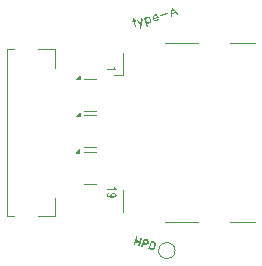
<source format=gbr>
%TF.GenerationSoftware,KiCad,Pcbnew,8.99.0-344-gfbc433deaa*%
%TF.CreationDate,2024-04-11T02:15:13-04:00*%
%TF.ProjectId,typeA,74797065-412e-46b6-9963-61645f706362,rev?*%
%TF.SameCoordinates,Original*%
%TF.FileFunction,Legend,Top*%
%TF.FilePolarity,Positive*%
%FSLAX46Y46*%
G04 Gerber Fmt 4.6, Leading zero omitted, Abs format (unit mm)*
G04 Created by KiCad (PCBNEW 8.99.0-344-gfbc433deaa) date 2024-04-11 02:15:13*
%MOMM*%
%LPD*%
G01*
G04 APERTURE LIST*
%ADD10C,0.150000*%
%ADD11C,0.125000*%
%ADD12C,0.160000*%
%ADD13C,0.120000*%
%ADD14C,0.100000*%
G04 APERTURE END LIST*
D10*
G36*
X172340935Y-92481472D02*
G01*
X172356566Y-92491242D01*
X172397355Y-92568667D01*
X172511172Y-92685659D01*
X172514103Y-92701046D01*
X172511172Y-92716434D01*
X172502868Y-92729134D01*
X172490167Y-92737438D01*
X172474780Y-92740369D01*
X171709323Y-92740369D01*
X171693935Y-92737438D01*
X171681235Y-92729134D01*
X171672930Y-92716434D01*
X171670000Y-92664410D01*
X171672930Y-92649023D01*
X171681235Y-92636322D01*
X171693935Y-92628018D01*
X171709323Y-92625087D01*
X172307229Y-92625087D01*
X172293307Y-92609455D01*
X172253740Y-92520795D01*
X172255205Y-92505408D01*
X172263754Y-92491242D01*
X172276454Y-92482937D01*
X172291842Y-92478785D01*
X172340935Y-92481472D01*
G37*
G36*
X172340935Y-102636104D02*
G01*
X172356566Y-102643431D01*
X172397355Y-102701500D01*
X172511172Y-102789244D01*
X172514103Y-102800785D01*
X172511172Y-102812325D01*
X172502868Y-102821851D01*
X172490167Y-102828079D01*
X172474780Y-102830277D01*
X171709323Y-102830277D01*
X171693935Y-102828079D01*
X171681235Y-102821851D01*
X171672930Y-102812325D01*
X171670000Y-102773307D01*
X171672930Y-102761767D01*
X171681235Y-102752241D01*
X171693935Y-102746013D01*
X171709323Y-102743815D01*
X172307229Y-102743815D01*
X172293307Y-102732091D01*
X172253740Y-102665596D01*
X172255205Y-102654056D01*
X172263754Y-102643431D01*
X172276454Y-102637203D01*
X172291842Y-102634089D01*
X172340935Y-102636104D01*
G37*
G36*
X172377327Y-103125750D02*
G01*
X172392958Y-103133077D01*
X172466231Y-103187848D01*
X172476001Y-103199572D01*
X172512637Y-103280722D01*
X172514103Y-103317725D01*
X172476001Y-103409499D01*
X172466231Y-103421039D01*
X172392958Y-103474895D01*
X172374640Y-103483321D01*
X172219546Y-103510799D01*
X172036364Y-103510799D01*
X171846099Y-103483321D01*
X171832177Y-103479108D01*
X171713719Y-103417925D01*
X171670000Y-103327250D01*
X171668534Y-103262770D01*
X171705170Y-103172095D01*
X171713230Y-103161470D01*
X171795052Y-103127765D01*
X171810439Y-103124651D01*
X171825826Y-103125750D01*
X171839993Y-103131978D01*
X171848541Y-103141503D01*
X171852693Y-103154143D01*
X171849762Y-103192062D01*
X171830223Y-103207998D01*
X171801891Y-103218440D01*
X171779420Y-103268082D01*
X171779420Y-103312412D01*
X171805310Y-103369382D01*
X171867103Y-103398874D01*
X172008276Y-103420123D01*
X171999972Y-103409499D01*
X171963335Y-103327250D01*
X171963335Y-103312412D01*
X172076664Y-103312412D01*
X172097669Y-103358757D01*
X172124291Y-103389532D01*
X172163859Y-103409499D01*
X172221500Y-103423237D01*
X172319930Y-103405286D01*
X172350949Y-103389532D01*
X172377571Y-103358757D01*
X172398820Y-103312412D01*
X172398820Y-103295560D01*
X172377571Y-103249031D01*
X172350949Y-103218440D01*
X172311625Y-103198473D01*
X172249588Y-103183635D01*
X172225652Y-103183635D01*
X172163859Y-103198473D01*
X172124291Y-103218440D01*
X172097669Y-103249031D01*
X172076664Y-103295560D01*
X172076664Y-103312412D01*
X171963335Y-103312412D01*
X171963335Y-103280722D01*
X171999972Y-103199572D01*
X172008276Y-103187848D01*
X172081549Y-103133077D01*
X172096936Y-103125750D01*
X172206845Y-103098272D01*
X172267418Y-103098272D01*
X172377327Y-103125750D01*
G37*
D11*
G36*
X173807671Y-88587843D02*
G01*
X173812090Y-88573326D01*
X173822956Y-88559983D01*
X173903336Y-88533756D01*
X173844832Y-88333036D01*
X173843408Y-88317678D01*
X173847963Y-88303630D01*
X173857833Y-88292104D01*
X173871853Y-88285218D01*
X173907026Y-88274967D01*
X173921799Y-88270661D01*
X173936316Y-88275079D01*
X173947842Y-88284949D01*
X173954962Y-88298901D01*
X174014765Y-88504076D01*
X174082297Y-88484392D01*
X174095662Y-88480496D01*
X174110589Y-88486322D01*
X174122350Y-88496123D01*
X174130232Y-88508327D01*
X174140484Y-88543499D01*
X174140804Y-88559434D01*
X174136151Y-88574019D01*
X174126281Y-88585546D01*
X174046204Y-88611939D01*
X174169774Y-89035888D01*
X174171403Y-89051950D01*
X174166984Y-89066467D01*
X174157183Y-89078228D01*
X174108058Y-89095600D01*
X174092465Y-89097092D01*
X174077880Y-89092439D01*
X174066353Y-89082569D01*
X174059097Y-89068148D01*
X173935527Y-88644198D01*
X173867995Y-88663882D01*
X173853575Y-88665032D01*
X173837651Y-88661024D01*
X173826125Y-88651154D01*
X173819005Y-88637202D01*
X173808753Y-88602029D01*
X173807671Y-88587843D01*
G37*
G36*
X174190702Y-88479253D02*
G01*
X174195355Y-88464668D01*
X174204580Y-88451803D01*
X174252533Y-88434773D01*
X174268126Y-88433281D01*
X174283053Y-88439106D01*
X174294814Y-88448907D01*
X174532869Y-88742813D01*
X174574975Y-88364449D01*
X174579394Y-88349932D01*
X174588785Y-88336764D01*
X174602806Y-88329879D01*
X174652331Y-88318242D01*
X174667258Y-88324068D01*
X174678784Y-88333937D01*
X174685562Y-88346717D01*
X174687122Y-88362544D01*
X174587324Y-89191487D01*
X174582671Y-89206072D01*
X174573036Y-89217530D01*
X174558849Y-89224718D01*
X174508083Y-89236462D01*
X174483447Y-89221764D01*
X174474920Y-89208222D01*
X174474767Y-89191985D01*
X174514739Y-88891837D01*
X174198972Y-88507626D01*
X174192194Y-88494846D01*
X174190702Y-88479253D01*
G37*
G36*
X175232448Y-88199780D02*
G01*
X175323336Y-88250628D01*
X175337090Y-88262902D01*
X175408458Y-88371593D01*
X175430972Y-88454073D01*
X175426965Y-88571250D01*
X175422028Y-88589225D01*
X175365063Y-88690547D01*
X175305340Y-88746624D01*
X175289161Y-88751340D01*
X175183877Y-88782027D01*
X175166604Y-88782991D01*
X175086485Y-88769964D01*
X175066956Y-88763190D01*
X175140360Y-89015027D01*
X175141784Y-89030385D01*
X175137297Y-89044668D01*
X175127427Y-89056194D01*
X175113407Y-89063080D01*
X175063813Y-89074482D01*
X175049296Y-89070063D01*
X175037770Y-89060194D01*
X175030582Y-89046007D01*
X174843647Y-88404662D01*
X174962455Y-88404662D01*
X175033671Y-88648996D01*
X175162637Y-88674244D01*
X175249162Y-88649024D01*
X175297296Y-88602939D01*
X175313998Y-88570341D01*
X175316234Y-88467163D01*
X175298464Y-88406197D01*
X175241141Y-88320379D01*
X175209539Y-88301860D01*
X175144182Y-88288855D01*
X175057657Y-88314074D01*
X174962455Y-88404662D01*
X174843647Y-88404662D01*
X174815701Y-88308785D01*
X174814551Y-88294365D01*
X174819204Y-88279779D01*
X174828429Y-88266914D01*
X174843436Y-88262540D01*
X174876967Y-88252767D01*
X174892726Y-88250972D01*
X174907282Y-88256397D01*
X174918907Y-88265729D01*
X174929170Y-88290467D01*
X174941727Y-88273324D01*
X175001479Y-88216475D01*
X175017659Y-88211759D01*
X175122943Y-88181071D01*
X175140352Y-88180576D01*
X175232448Y-88199780D01*
G37*
G36*
X175881299Y-88003788D02*
G01*
X175949778Y-88042342D01*
X176004185Y-88103315D01*
X176013433Y-88120208D01*
X176044941Y-88228306D01*
X176046463Y-88243127D01*
X176041878Y-88257947D01*
X176032487Y-88271115D01*
X176018534Y-88278234D01*
X175675482Y-88378225D01*
X175726301Y-88452201D01*
X175757864Y-88469713D01*
X175822948Y-88481781D01*
X175909238Y-88456629D01*
X175953072Y-88415868D01*
X175964564Y-88349681D01*
X175980600Y-88324399D01*
X176009383Y-88317536D01*
X176067508Y-88345879D01*
X176079679Y-88357087D01*
X176086154Y-88369701D01*
X176087949Y-88385460D01*
X176083296Y-88400045D01*
X176033347Y-88489654D01*
X175965651Y-88554161D01*
X175949471Y-88558877D01*
X175843953Y-88589633D01*
X175826543Y-88590128D01*
X175746043Y-88574921D01*
X175643559Y-88520076D01*
X175629805Y-88507802D01*
X175563467Y-88411129D01*
X175535923Y-88316631D01*
X175539618Y-88208570D01*
X175655289Y-88208570D01*
X175655650Y-88270032D01*
X175916397Y-88194031D01*
X175908332Y-88166361D01*
X175864564Y-88112210D01*
X175804258Y-88096460D01*
X175717968Y-88121611D01*
X175671133Y-88172152D01*
X175655289Y-88208570D01*
X175539618Y-88208570D01*
X175539930Y-88199454D01*
X175544867Y-88181479D01*
X175593029Y-88090101D01*
X175661555Y-88024080D01*
X175677735Y-88019364D01*
X175783253Y-87988608D01*
X175800663Y-87988113D01*
X175881299Y-88003788D01*
G37*
G36*
X176178044Y-88060017D02*
G01*
X176182668Y-88046204D01*
X176192606Y-88034912D01*
X176206626Y-88028026D01*
X176801047Y-87854769D01*
X176816571Y-87853042D01*
X176831020Y-87857226D01*
X176842341Y-87866392D01*
X176858961Y-87912938D01*
X176860248Y-87927827D01*
X176855624Y-87941641D01*
X176845687Y-87952933D01*
X176831666Y-87959818D01*
X176237246Y-88133076D01*
X176221721Y-88134802D01*
X176207273Y-88130618D01*
X176195951Y-88121452D01*
X176179331Y-88074906D01*
X176178044Y-88060017D01*
G37*
G36*
X177202285Y-87327715D02*
G01*
X177214046Y-87337516D01*
X177707681Y-87990690D01*
X177714801Y-88004643D01*
X177715951Y-88019063D01*
X177701663Y-88045106D01*
X177687476Y-88052294D01*
X177652538Y-88062478D01*
X177637531Y-88066852D01*
X177622877Y-88061965D01*
X177610804Y-88050219D01*
X177506723Y-87909595D01*
X177204237Y-87997762D01*
X177192013Y-88172286D01*
X177188141Y-88188679D01*
X177178409Y-88200674D01*
X177164456Y-88207794D01*
X177114863Y-88219196D01*
X177099105Y-88214885D01*
X177087344Y-88205084D01*
X177080225Y-88191131D01*
X177079075Y-88176711D01*
X177102297Y-87880137D01*
X177216763Y-87880137D01*
X177432959Y-87817121D01*
X177243734Y-87570295D01*
X177216763Y-87880137D01*
X177102297Y-87880137D01*
X177143290Y-87356613D01*
X177149350Y-87341618D01*
X177158985Y-87330160D01*
X177173172Y-87322972D01*
X177187358Y-87321890D01*
X177202285Y-87327715D01*
G37*
D12*
G36*
X174136238Y-106804217D02*
G01*
X174152194Y-106790041D01*
X174172249Y-106783900D01*
X174192719Y-106785883D01*
X174241556Y-106803774D01*
X174254253Y-106819306D01*
X174260394Y-106839361D01*
X174259740Y-106859983D01*
X174188971Y-107106785D01*
X174444648Y-107180099D01*
X174516265Y-106930339D01*
X174526760Y-106912081D01*
X174542656Y-106898117D01*
X174561654Y-106891673D01*
X174582124Y-106893655D01*
X174630962Y-106911547D01*
X174644926Y-106927442D01*
X174651006Y-106947709D01*
X174648964Y-106968390D01*
X174467981Y-107599552D01*
X174458814Y-107617962D01*
X174442858Y-107632138D01*
X174422592Y-107638218D01*
X174371694Y-107627511D01*
X174353284Y-107618345D01*
X174340587Y-107602813D01*
X174334447Y-107582758D01*
X174335100Y-107562136D01*
X174405870Y-107315333D01*
X174150193Y-107242019D01*
X174078575Y-107491780D01*
X174068081Y-107510037D01*
X174052185Y-107524002D01*
X174033187Y-107530446D01*
X174012717Y-107528463D01*
X173964090Y-107510633D01*
X173950126Y-107494737D01*
X173944046Y-107474471D01*
X173946088Y-107453790D01*
X174127071Y-106822627D01*
X174136238Y-106804217D01*
G37*
G36*
X174846279Y-106973288D02*
G01*
X175115268Y-107050419D01*
X175135639Y-107061520D01*
X175187709Y-107109609D01*
X175219183Y-107160939D01*
X175237942Y-107247042D01*
X175236501Y-107270411D01*
X175210568Y-107360848D01*
X175199043Y-107382698D01*
X175151468Y-107433772D01*
X175100289Y-107465518D01*
X175014337Y-107484549D01*
X174991180Y-107483168D01*
X174802486Y-107429061D01*
X174731717Y-107675863D01*
X174722611Y-107694062D01*
X174706776Y-107707815D01*
X174686509Y-107713895D01*
X174666040Y-107711913D01*
X174617202Y-107694022D01*
X174604505Y-107678490D01*
X174598486Y-107658012D01*
X174600468Y-107637542D01*
X174699027Y-107293827D01*
X174841264Y-107293827D01*
X175017702Y-107344420D01*
X175056448Y-107337693D01*
X175081808Y-107309063D01*
X175100167Y-107245038D01*
X175093832Y-107207319D01*
X175064235Y-107182139D01*
X174887797Y-107131546D01*
X174841264Y-107293827D01*
X174699027Y-107293827D01*
X174781451Y-107006380D01*
X174790678Y-106987759D01*
X174806573Y-106973794D01*
X174825572Y-106967350D01*
X174846279Y-106973288D01*
G37*
G36*
X175440464Y-107143668D02*
G01*
X175649654Y-107203652D01*
X175746065Y-107266971D01*
X175762051Y-107284590D01*
X175810606Y-107377635D01*
X175824151Y-107454009D01*
X175828074Y-107551179D01*
X175784224Y-107717659D01*
X175720905Y-107814070D01*
X175668946Y-107871662D01*
X175578463Y-107924838D01*
X175555569Y-107931308D01*
X175440254Y-107933916D01*
X175231064Y-107873932D01*
X175210356Y-107867994D01*
X175197659Y-107852462D01*
X175191640Y-107831984D01*
X175193683Y-107811303D01*
X175207900Y-107761722D01*
X175350137Y-107761722D01*
X175470580Y-107796258D01*
X175547699Y-107793675D01*
X175566763Y-107782219D01*
X175606145Y-107741373D01*
X175653828Y-107671579D01*
X175691757Y-107539303D01*
X175688305Y-107454846D01*
X175676552Y-107399338D01*
X175666456Y-107379520D01*
X175602424Y-107336462D01*
X175481981Y-107301926D01*
X175350137Y-107761722D01*
X175207900Y-107761722D01*
X175375575Y-107176971D01*
X175384802Y-107158350D01*
X175400758Y-107144173D01*
X175419756Y-107137730D01*
X175440464Y-107143668D01*
G37*
D13*
%TO.C,J1*%
X172295000Y-93100000D02*
X173045000Y-93100000D01*
X173045000Y-93100000D02*
X173045000Y-91300000D01*
X173045000Y-104700000D02*
X173045000Y-102900000D01*
X176595000Y-90390000D02*
X179395000Y-90390000D01*
X176595000Y-105610000D02*
X179395000Y-105610000D01*
X182095000Y-90390000D02*
X184195000Y-90390000D01*
X182095000Y-105610000D02*
X184195000Y-105610000D01*
D14*
%TO.C,J2*%
X163200000Y-105100000D02*
X163200000Y-90900000D01*
X163800000Y-105100000D02*
X163200000Y-105100000D01*
X167300000Y-105100000D02*
X165800000Y-105100000D01*
X167300000Y-103500000D02*
X167300000Y-105100000D01*
X163200000Y-90900000D02*
X163800000Y-90900000D01*
X165800000Y-90900000D02*
X167300000Y-90900000D01*
X167300000Y-90900000D02*
X167300000Y-92500000D01*
D13*
%TO.C,U1*%
X169360000Y-93490000D02*
X169080000Y-93490000D01*
X169360000Y-93210000D01*
X169360000Y-93490000D01*
G36*
X169360000Y-93490000D02*
G01*
X169080000Y-93490000D01*
X169360000Y-93210000D01*
X169360000Y-93490000D01*
G37*
X170750000Y-96160000D02*
X169750000Y-96160000D01*
X170750000Y-93440000D02*
X169750000Y-93440000D01*
%TO.C,U3*%
X169347500Y-99690000D02*
X169067500Y-99690000D01*
X169347500Y-99410000D01*
X169347500Y-99690000D01*
G36*
X169347500Y-99690000D02*
G01*
X169067500Y-99690000D01*
X169347500Y-99410000D01*
X169347500Y-99690000D01*
G37*
X170737500Y-102360000D02*
X169737500Y-102360000D01*
X170737500Y-99640000D02*
X169737500Y-99640000D01*
%TO.C,HPD1*%
X177450000Y-108000000D02*
G75*
G02*
X176050000Y-108000000I-700000J0D01*
G01*
X176050000Y-108000000D02*
G75*
G02*
X177450000Y-108000000I700000J0D01*
G01*
%TO.C,U2*%
X170762500Y-96540000D02*
X169762500Y-96540000D01*
X170762500Y-99260000D02*
X169762500Y-99260000D01*
X169372500Y-96590000D02*
X169092500Y-96590000D01*
X169372500Y-96310000D01*
X169372500Y-96590000D01*
G36*
X169372500Y-96590000D02*
G01*
X169092500Y-96590000D01*
X169372500Y-96310000D01*
X169372500Y-96590000D01*
G37*
%TD*%
M02*

</source>
